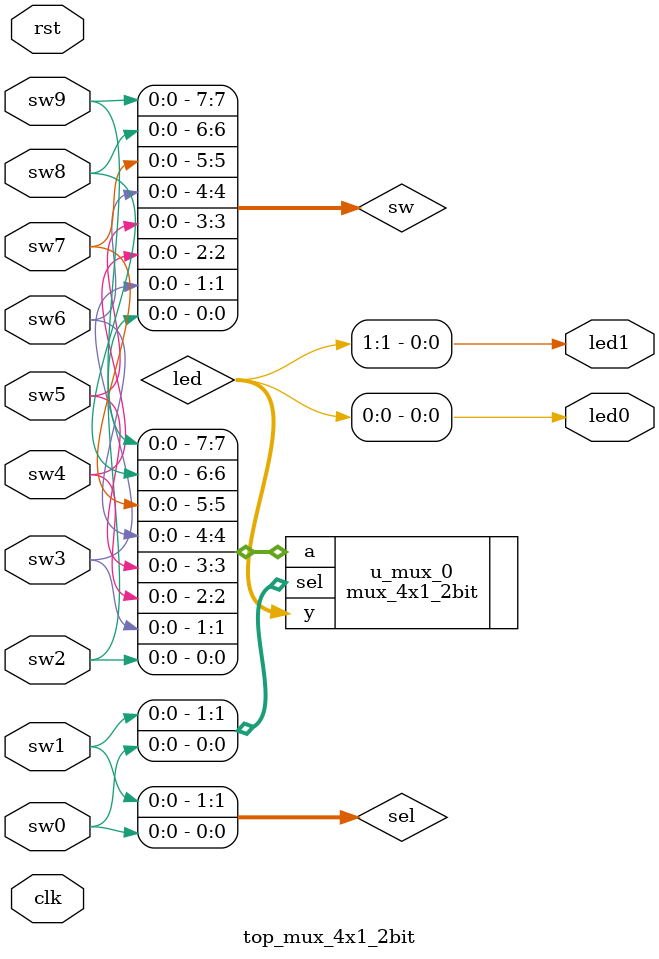
<source format=v>
module top_mux_4x1_2bit(
	input clk,
	input rst,
	input sw0, sw1, sw2, sw3, sw4, sw5, sw6, sw7, sw8, sw9,
	output led0, led1
);

wire [7:0] sw;
wire [1:0] sel;
wire [1:0] led;

assign sw = {sw9, sw8, sw7, sw6, sw5, sw4, sw3, sw2};// Pack input signals into an 8-bit bus
assign sel = {sw1, sw0};// Pack selection signals into a 2-bit bus

// Instantiate the 4x1 2-bit multiplexer
mux_4x1_2bit u_mux_0(
	.a(sw),
	.sel(sel),
	.y(led)
);

// Assign the output bus signals to the individual LED outputs
assign led0 = led[0];
assign led1 = led[1];

endmodule








</source>
